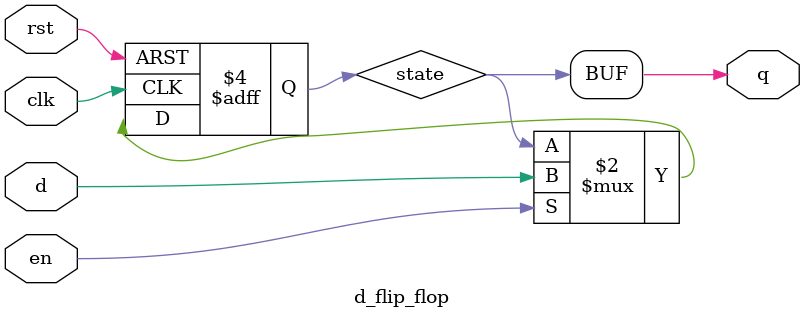
<source format=v>
`ifndef D_FLIP_FLOP_V
`define D_FLIP_FLOP_V

module d_flip_flop(
  input  wire d,     //1-bit input port
  output wire q,     //1-bit ouput port
  input  wire en,    //ctrl port enables writing
  input  wire rst,   //Hard reset signal
  input  wire clk    //one-bit clk signal
);

  reg state;

  always@(posedge clk or posedge rst) begin
    if (rst)
      state <= 0;
    else if (en)
      state <= d;
  end

  assign q = state;

endmodule

`endif // D_FLIP_FLOP_V
</source>
